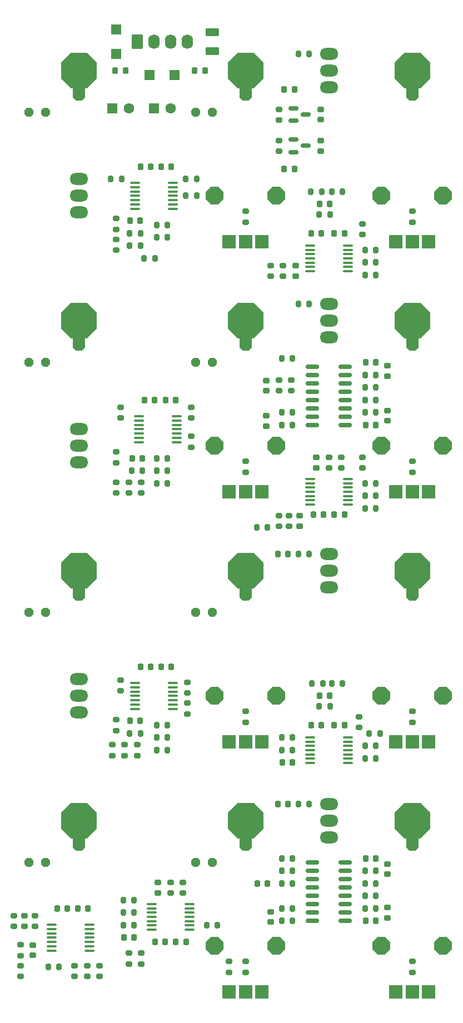
<source format=gbr>
%TF.GenerationSoftware,KiCad,Pcbnew,8.0.6*%
%TF.CreationDate,2025-04-05T08:59:43-04:00*%
%TF.ProjectId,Blinds4U,426c696e-6473-4345-952e-6b696361645f,rev?*%
%TF.SameCoordinates,Original*%
%TF.FileFunction,Soldermask,Top*%
%TF.FilePolarity,Negative*%
%FSLAX46Y46*%
G04 Gerber Fmt 4.6, Leading zero omitted, Abs format (unit mm)*
G04 Created by KiCad (PCBNEW 8.0.6) date 2025-04-05 08:59:43*
%MOMM*%
%LPD*%
G01*
G04 APERTURE LIST*
G04 Aperture macros list*
%AMRoundRect*
0 Rectangle with rounded corners*
0 $1 Rounding radius*
0 $2 $3 $4 $5 $6 $7 $8 $9 X,Y pos of 4 corners*
0 Add a 4 corners polygon primitive as box body*
4,1,4,$2,$3,$4,$5,$6,$7,$8,$9,$2,$3,0*
0 Add four circle primitives for the rounded corners*
1,1,$1+$1,$2,$3*
1,1,$1+$1,$4,$5*
1,1,$1+$1,$6,$7*
1,1,$1+$1,$8,$9*
0 Add four rect primitives between the rounded corners*
20,1,$1+$1,$2,$3,$4,$5,0*
20,1,$1+$1,$4,$5,$6,$7,0*
20,1,$1+$1,$6,$7,$8,$9,0*
20,1,$1+$1,$8,$9,$2,$3,0*%
%AMOutline5P*
0 Free polygon, 5 corners , with rotation*
0 The origin of the aperture is its center*
0 number of corners: always 5*
0 $1 to $10 corner X, Y*
0 $11 Rotation angle, in degrees counterclockwise*
0 create outline with 5 corners*
4,1,5,$1,$2,$3,$4,$5,$6,$7,$8,$9,$10,$1,$2,$11*%
%AMOutline6P*
0 Free polygon, 6 corners , with rotation*
0 The origin of the aperture is its center*
0 number of corners: always 6*
0 $1 to $12 corner X, Y*
0 $13 Rotation angle, in degrees counterclockwise*
0 create outline with 6 corners*
4,1,6,$1,$2,$3,$4,$5,$6,$7,$8,$9,$10,$11,$12,$1,$2,$13*%
%AMOutline7P*
0 Free polygon, 7 corners , with rotation*
0 The origin of the aperture is its center*
0 number of corners: always 7*
0 $1 to $14 corner X, Y*
0 $15 Rotation angle, in degrees counterclockwise*
0 create outline with 7 corners*
4,1,7,$1,$2,$3,$4,$5,$6,$7,$8,$9,$10,$11,$12,$13,$14,$1,$2,$15*%
%AMOutline8P*
0 Free polygon, 8 corners , with rotation*
0 The origin of the aperture is its center*
0 number of corners: always 8*
0 $1 to $16 corner X, Y*
0 $17 Rotation angle, in degrees counterclockwise*
0 create outline with 8 corners*
4,1,8,$1,$2,$3,$4,$5,$6,$7,$8,$9,$10,$11,$12,$13,$14,$15,$16,$1,$2,$17*%
%AMFreePoly0*
4,1,21,0.422360,0.947373,0.427262,0.942882,0.942882,0.427262,0.964910,0.380021,0.965200,0.373380,0.965200,-0.889000,0.947373,-0.937980,0.902232,-0.964042,0.889000,-0.965200,-0.889000,-0.965200,-0.937980,-0.947373,-0.964042,-0.902232,-0.965200,-0.889000,-0.965200,0.373380,-0.947373,0.422360,-0.942882,0.427262,-0.427262,0.942882,-0.380021,0.964910,-0.373380,0.965200,0.373380,0.965200,
0.422360,0.947373,0.422360,0.947373,$1*%
%AMFreePoly1*
4,1,25,0.301485,0.667973,0.306387,0.663482,0.663482,0.306387,0.685510,0.259146,0.685800,0.252505,0.685800,-0.252505,0.667973,-0.301485,0.663482,-0.306387,0.306387,-0.663482,0.259146,-0.685510,0.252505,-0.685800,-0.252505,-0.685800,-0.301485,-0.667973,-0.306387,-0.663482,-0.663482,-0.306387,-0.685510,-0.259146,-0.685800,-0.252505,-0.685800,0.252505,-0.667973,0.301485,-0.663482,0.306387,
-0.306387,0.663482,-0.259146,0.685510,-0.252505,0.685800,0.252505,0.685800,0.301485,0.667973,0.301485,0.667973,$1*%
%AMFreePoly2*
4,1,25,0.575031,1.328373,0.579933,1.323882,1.323882,0.579933,1.345910,0.532692,1.346200,0.526051,1.346200,-0.526051,1.328373,-0.575031,1.323882,-0.579933,0.579933,-1.323882,0.532692,-1.345910,0.526051,-1.346200,-0.526051,-1.346200,-0.575031,-1.328373,-0.579933,-1.323882,-1.323882,-0.579933,-1.345910,-0.532692,-1.346200,-0.526051,-1.346200,0.526051,-1.328373,0.575031,-1.323882,0.579933,
-0.579933,1.323882,-0.532692,1.345910,-0.526051,1.346200,0.526051,1.346200,0.575031,1.328373,0.575031,1.328373,$1*%
G04 Aperture macros list end*
%ADD10RoundRect,0.200000X0.200000X0.275000X-0.200000X0.275000X-0.200000X-0.275000X0.200000X-0.275000X0*%
%ADD11RoundRect,0.200000X0.275000X-0.200000X0.275000X0.200000X-0.275000X0.200000X-0.275000X-0.200000X0*%
%ADD12RoundRect,0.100000X-0.637500X-0.100000X0.637500X-0.100000X0.637500X0.100000X-0.637500X0.100000X0*%
%ADD13RoundRect,0.200000X-0.275000X0.200000X-0.275000X-0.200000X0.275000X-0.200000X0.275000X0.200000X0*%
%ADD14RoundRect,0.200000X-0.200000X-0.275000X0.200000X-0.275000X0.200000X0.275000X-0.200000X0.275000X0*%
%ADD15RoundRect,0.150000X-0.825000X-0.150000X0.825000X-0.150000X0.825000X0.150000X-0.825000X0.150000X0*%
%ADD16R,1.600000X1.600000*%
%ADD17C,1.600000*%
%ADD18RoundRect,0.076200X0.900000X-0.500000X0.900000X0.500000X-0.900000X0.500000X-0.900000X-0.500000X0*%
%ADD19RoundRect,0.225000X0.225000X0.250000X-0.225000X0.250000X-0.225000X-0.250000X0.225000X-0.250000X0*%
%ADD20RoundRect,0.225000X-0.225000X-0.250000X0.225000X-0.250000X0.225000X0.250000X-0.225000X0.250000X0*%
%ADD21RoundRect,0.076200X-0.700000X-0.700000X0.700000X-0.700000X0.700000X0.700000X-0.700000X0.700000X0*%
%ADD22Outline8P,-2.750000X1.210000X-1.210000X2.750000X1.210000X2.750000X2.750000X1.210000X2.750000X-1.210000X1.210000X-2.750000X-1.210000X-2.750000X-2.750000X-1.210000X0.000000*%
%ADD23FreePoly0,180.000000*%
%ADD24RoundRect,0.225000X-0.250000X0.225000X-0.250000X-0.225000X0.250000X-0.225000X0.250000X0.225000X0*%
%ADD25RoundRect,0.225000X0.250000X-0.225000X0.250000X0.225000X-0.250000X0.225000X-0.250000X-0.225000X0*%
%ADD26RoundRect,0.218750X-0.218750X-0.256250X0.218750X-0.256250X0.218750X0.256250X-0.218750X0.256250X0*%
%ADD27RoundRect,0.150000X-0.587500X-0.150000X0.587500X-0.150000X0.587500X0.150000X-0.587500X0.150000X0*%
%ADD28RoundRect,0.076200X0.700000X-0.700000X0.700000X0.700000X-0.700000X0.700000X-0.700000X-0.700000X0*%
%ADD29RoundRect,0.218750X0.218750X0.256250X-0.218750X0.256250X-0.218750X-0.256250X0.218750X-0.256250X0*%
%ADD30RoundRect,0.250000X-0.620000X-0.845000X0.620000X-0.845000X0.620000X0.845000X-0.620000X0.845000X0*%
%ADD31O,1.740000X2.190000*%
%ADD32O,2.804000X1.804000*%
%ADD33FreePoly1,180.000000*%
%ADD34FreePoly1,0.000000*%
%ADD35RoundRect,0.076200X0.939800X-0.939800X0.939800X0.939800X-0.939800X0.939800X-0.939800X-0.939800X0*%
%ADD36FreePoly2,90.000000*%
G04 APERTURE END LIST*
D10*
%TO.C,R31*%
X80835000Y-86995000D03*
X79185000Y-86995000D03*
%TD*%
D11*
%TO.C,R16*%
X99060000Y-57975000D03*
X99060000Y-56325000D03*
%TD*%
%TO.C,R13*%
X53975000Y-59086100D03*
X53975000Y-57436100D03*
%TD*%
%TO.C,R45*%
X73660000Y-96075000D03*
X73660000Y-94425000D03*
%TD*%
D12*
%TO.C,IC11*%
X44127500Y-165055000D03*
X44127500Y-165705000D03*
X44127500Y-166355000D03*
X44127500Y-167005000D03*
X44127500Y-167655000D03*
X44127500Y-168305000D03*
X44127500Y-168955000D03*
X49852500Y-168955000D03*
X49852500Y-168305000D03*
X49852500Y-167655000D03*
X49852500Y-167005000D03*
X49852500Y-166355000D03*
X49852500Y-165705000D03*
X49852500Y-165055000D03*
%TD*%
D13*
%TO.C,R110*%
X49530000Y-171260000D03*
X49530000Y-172910000D03*
%TD*%
D14*
%TO.C,R12*%
X91885000Y-62230000D03*
X93535000Y-62230000D03*
%TD*%
%TO.C,R95*%
X81725000Y-146685000D03*
X83375000Y-146685000D03*
%TD*%
D13*
%TO.C,R67*%
X54610000Y-127762500D03*
X54610000Y-129412500D03*
%TD*%
%TO.C,R50*%
X78740000Y-102680000D03*
X78740000Y-104330000D03*
%TD*%
D15*
%TO.C,IC10*%
X83885000Y-155575000D03*
X83885000Y-156845000D03*
X83885000Y-158115000D03*
X83885000Y-159385000D03*
X83885000Y-160655000D03*
X83885000Y-161925000D03*
X83885000Y-163195000D03*
X83885000Y-164465000D03*
X88835000Y-164465000D03*
X88835000Y-163195000D03*
X88835000Y-161925000D03*
X88835000Y-160655000D03*
X88835000Y-159385000D03*
X88835000Y-158115000D03*
X88835000Y-156845000D03*
X88835000Y-155575000D03*
%TD*%
D16*
%TO.C,C1*%
X59754888Y-40640000D03*
D17*
X62254888Y-40640000D03*
%TD*%
D13*
%TO.C,R69*%
X90932000Y-133312400D03*
X90932000Y-134962400D03*
%TD*%
D14*
%TO.C,R80*%
X91885000Y-139700000D03*
X93535000Y-139700000D03*
%TD*%
D10*
%TO.C,R14*%
X57657500Y-59690000D03*
X56007500Y-59690000D03*
%TD*%
%TO.C,R57*%
X77025000Y-104457500D03*
X75375000Y-104457500D03*
%TD*%
D11*
%TO.C,R55*%
X57785000Y-99250000D03*
X57785000Y-97600000D03*
%TD*%
%TO.C,R11*%
X73660000Y-57975000D03*
X73660000Y-56325000D03*
%TD*%
D18*
%TO.C,P1*%
X68580000Y-31880000D03*
X68580000Y-29080000D03*
%TD*%
D19*
%TO.C,C31*%
X86500000Y-130175000D03*
X84950000Y-130175000D03*
%TD*%
D14*
%TO.C,R18*%
X60135000Y-60325000D03*
X61785000Y-60325000D03*
%TD*%
D10*
%TO.C,R87*%
X93535000Y-156845000D03*
X91885000Y-156845000D03*
%TD*%
D14*
%TO.C,R48*%
X60135000Y-93980000D03*
X61785000Y-93980000D03*
%TD*%
D10*
%TO.C,R58*%
X61785000Y-97789900D03*
X60135000Y-97789900D03*
%TD*%
D20*
%TO.C,C35*%
X79235000Y-140335000D03*
X80785000Y-140335000D03*
%TD*%
D14*
%TO.C,R88*%
X79185000Y-158750000D03*
X80835000Y-158750000D03*
%TD*%
%TO.C,R78*%
X79185000Y-136525000D03*
X80835000Y-136525000D03*
%TD*%
D13*
%TO.C,R19*%
X77470000Y-64580000D03*
X77470000Y-66230000D03*
%TD*%
D11*
%TO.C,R76*%
X99060000Y-134175000D03*
X99060000Y-132525000D03*
%TD*%
D13*
%TO.C,R115*%
X47625000Y-171260000D03*
X47625000Y-172910000D03*
%TD*%
D10*
%TO.C,R1*%
X85280000Y-53340000D03*
X83630000Y-53340000D03*
%TD*%
D13*
%TO.C,R70*%
X64770000Y-131255000D03*
X64770000Y-132905000D03*
%TD*%
D19*
%TO.C,C6*%
X86500000Y-55245000D03*
X84950000Y-55245000D03*
%TD*%
%TO.C,C28*%
X80150000Y-108585000D03*
X78600000Y-108585000D03*
%TD*%
D14*
%TO.C,R30*%
X91885000Y-85090000D03*
X93535000Y-85090000D03*
%TD*%
D20*
%TO.C,C20*%
X56375000Y-93980000D03*
X57925000Y-93980000D03*
%TD*%
%TO.C,C11*%
X91935000Y-79375000D03*
X93485000Y-79375000D03*
%TD*%
D11*
%TO.C,R99*%
X40005000Y-165290000D03*
X40005000Y-163640000D03*
%TD*%
D20*
%TO.C,C4*%
X60820000Y-49530000D03*
X62370000Y-49530000D03*
%TD*%
D21*
%TO.C,D1*%
X62860000Y-35560000D03*
X59060000Y-35560000D03*
%TD*%
D22*
%TO.C,REF\u002A\u002A*%
X73660000Y-149225000D03*
D23*
X73660000Y-152835000D03*
%TD*%
D24*
%TO.C,C40*%
X95250000Y-162420000D03*
X95250000Y-163970000D03*
%TD*%
D11*
%TO.C,R102*%
X64135000Y-160210000D03*
X64135000Y-158560000D03*
%TD*%
D12*
%TO.C,IC1*%
X56827500Y-52025000D03*
X56827500Y-52675000D03*
X56827500Y-53325000D03*
X56827500Y-53975000D03*
X56827500Y-54625000D03*
X56827500Y-55275000D03*
X56827500Y-55925000D03*
X62552500Y-55925000D03*
X62552500Y-55275000D03*
X62552500Y-54625000D03*
X62552500Y-53975000D03*
X62552500Y-53325000D03*
X62552500Y-52675000D03*
X62552500Y-52025000D03*
%TD*%
D20*
%TO.C,C25*%
X79552500Y-37785000D03*
X81102500Y-37785000D03*
%TD*%
D12*
%TO.C,IC5*%
X83497500Y-97110000D03*
X83497500Y-97760000D03*
X83497500Y-98410000D03*
X83497500Y-99060000D03*
X83497500Y-99710000D03*
X83497500Y-100360000D03*
X83497500Y-101010000D03*
X89222500Y-101010000D03*
X89222500Y-100360000D03*
X89222500Y-99710000D03*
X89222500Y-99060000D03*
X89222500Y-98410000D03*
X89222500Y-97760000D03*
X89222500Y-97110000D03*
%TD*%
D19*
%TO.C,C8*%
X88722500Y-59690000D03*
X87172500Y-59690000D03*
%TD*%
D20*
%TO.C,C24*%
X79567500Y-49850000D03*
X81117500Y-49850000D03*
%TD*%
D11*
%TO.C,R109*%
X99060000Y-172275000D03*
X99060000Y-170625000D03*
%TD*%
D14*
%TO.C,R94*%
X79185000Y-164465000D03*
X80835000Y-164465000D03*
%TD*%
D20*
%TO.C,C46*%
X59867500Y-167640000D03*
X61417500Y-167640000D03*
%TD*%
D10*
%TO.C,R117*%
X56705000Y-161290000D03*
X55055000Y-161290000D03*
%TD*%
D14*
%TO.C,R72*%
X91885000Y-137795000D03*
X93535000Y-137795000D03*
%TD*%
D20*
%TO.C,C34*%
X56057500Y-133985000D03*
X57607500Y-133985000D03*
%TD*%
D11*
%TO.C,R51*%
X80327500Y-104330000D03*
X80327500Y-102680000D03*
%TD*%
D13*
%TO.C,R41*%
X65405000Y-86170000D03*
X65405000Y-87820000D03*
%TD*%
D14*
%TO.C,R53*%
X91885000Y-101600000D03*
X93535000Y-101600000D03*
%TD*%
D10*
%TO.C,R114*%
X45275000Y-171450000D03*
X43625000Y-171450000D03*
%TD*%
D12*
%TO.C,IC2*%
X83497500Y-61550000D03*
X83497500Y-62200000D03*
X83497500Y-62850000D03*
X83497500Y-63500000D03*
X83497500Y-64150000D03*
X83497500Y-64800000D03*
X83497500Y-65450000D03*
X89222500Y-65450000D03*
X89222500Y-64800000D03*
X89222500Y-64150000D03*
X89222500Y-63500000D03*
X89222500Y-62850000D03*
X89222500Y-62200000D03*
X89222500Y-61550000D03*
%TD*%
D13*
%TO.C,R68*%
X64770000Y-128080000D03*
X64770000Y-129730000D03*
%TD*%
%TO.C,R20*%
X79375000Y-64580000D03*
X79375000Y-66230000D03*
%TD*%
%TO.C,R82*%
X55245000Y-137605000D03*
X55245000Y-139255000D03*
%TD*%
D20*
%TO.C,C48*%
X55105000Y-167005000D03*
X56655000Y-167005000D03*
%TD*%
D14*
%TO.C,R90*%
X91885000Y-158750000D03*
X93535000Y-158750000D03*
%TD*%
%TO.C,R91*%
X91885000Y-160655000D03*
X93535000Y-160655000D03*
%TD*%
D19*
%TO.C,C21*%
X85547500Y-102552500D03*
X83997500Y-102552500D03*
%TD*%
D14*
%TO.C,R81*%
X92520000Y-135890000D03*
X94170000Y-135890000D03*
%TD*%
%TO.C,R21*%
X91885000Y-66040000D03*
X93535000Y-66040000D03*
%TD*%
D20*
%TO.C,C42*%
X48120000Y-162560000D03*
X49670000Y-162560000D03*
%TD*%
D14*
%TO.C,R29*%
X91885000Y-83185000D03*
X93535000Y-83185000D03*
%TD*%
%TO.C,R3*%
X81725000Y-32385000D03*
X83375000Y-32385000D03*
%TD*%
D11*
%TO.C,R106*%
X73660000Y-172275000D03*
X73660000Y-170625000D03*
%TD*%
%TO.C,R27*%
X78740000Y-83692500D03*
X78740000Y-82042500D03*
%TD*%
D22*
%TO.C,REF\u002A\u002A*%
X48260000Y-149225000D03*
D23*
X48260000Y-152835000D03*
%TD*%
D10*
%TO.C,R24*%
X59880000Y-63500000D03*
X58230000Y-63500000D03*
%TD*%
D16*
%TO.C,C2*%
X53404887Y-40640000D03*
D17*
X55904887Y-40640000D03*
%TD*%
D19*
%TO.C,C7*%
X85230000Y-59690000D03*
X83680000Y-59690000D03*
%TD*%
D11*
%TO.C,R84*%
X57150000Y-139255100D03*
X57150000Y-137605100D03*
%TD*%
%TO.C,R39*%
X88265000Y-95440000D03*
X88265000Y-93790000D03*
%TD*%
D24*
%TO.C,C45*%
X41275000Y-168135000D03*
X41275000Y-169685000D03*
%TD*%
D11*
%TO.C,R59*%
X78740000Y-47182500D03*
X78740000Y-45532500D03*
%TD*%
D22*
%TO.C,REF\u002A\u002A*%
X73660000Y-34925000D03*
D23*
X73660000Y-38535000D03*
%TD*%
D14*
%TO.C,R34*%
X81725000Y-70485000D03*
X83375000Y-70485000D03*
%TD*%
%TO.C,R22*%
X91885000Y-64135000D03*
X93535000Y-64135000D03*
%TD*%
D24*
%TO.C,C26*%
X85090000Y-45582500D03*
X85090000Y-47132500D03*
%TD*%
D10*
%TO.C,R74*%
X57657500Y-135890000D03*
X56007500Y-135890000D03*
%TD*%
D12*
%TO.C,IC12*%
X59367500Y-161880000D03*
X59367500Y-162530000D03*
X59367500Y-163180000D03*
X59367500Y-163830000D03*
X59367500Y-164480000D03*
X59367500Y-165130000D03*
X59367500Y-165780000D03*
X65092500Y-165780000D03*
X65092500Y-165130000D03*
X65092500Y-164480000D03*
X65092500Y-163830000D03*
X65092500Y-163180000D03*
X65092500Y-162530000D03*
X65092500Y-161880000D03*
%TD*%
D13*
%TO.C,R40*%
X54610000Y-86170000D03*
X54610000Y-87820000D03*
%TD*%
D14*
%TO.C,R10*%
X64580000Y-53975000D03*
X66230000Y-53975000D03*
%TD*%
D11*
%TO.C,R116*%
X39370000Y-172910000D03*
X39370000Y-171260000D03*
%TD*%
D19*
%TO.C,C22*%
X88722500Y-102552500D03*
X87172500Y-102552500D03*
%TD*%
%TO.C,C3*%
X80150000Y-146685000D03*
X78600000Y-146685000D03*
%TD*%
D11*
%TO.C,R71*%
X73660000Y-134175000D03*
X73660000Y-132525000D03*
%TD*%
D25*
%TO.C,C23*%
X81915000Y-104280000D03*
X81915000Y-102730000D03*
%TD*%
%TO.C,C39*%
X77470000Y-164605000D03*
X77470000Y-163055000D03*
%TD*%
D19*
%TO.C,C32*%
X85230000Y-134620000D03*
X83680000Y-134620000D03*
%TD*%
D11*
%TO.C,R107*%
X39370000Y-169735000D03*
X39370000Y-168085000D03*
%TD*%
D14*
%TO.C,R33*%
X79185000Y-88900000D03*
X80835000Y-88900000D03*
%TD*%
D13*
%TO.C,R23*%
X53975000Y-60611000D03*
X53975000Y-62261000D03*
%TD*%
D22*
%TO.C,REF\u002A\u002A*%
X99060000Y-73025000D03*
D23*
X99060000Y-76635000D03*
%TD*%
D11*
%TO.C,R96*%
X55880000Y-171005000D03*
X55880000Y-169355000D03*
%TD*%
D19*
%TO.C,C16*%
X93485000Y-88900000D03*
X91935000Y-88900000D03*
%TD*%
D26*
%TO.C,L2*%
X65887500Y-34925000D03*
X67462500Y-34925000D03*
%TD*%
D10*
%TO.C,R89*%
X80835000Y-156845000D03*
X79185000Y-156845000D03*
%TD*%
%TO.C,R85*%
X61785000Y-138430000D03*
X60135000Y-138430000D03*
%TD*%
D25*
%TO.C,C37*%
X95250000Y-157302500D03*
X95250000Y-155752500D03*
%TD*%
D20*
%TO.C,C47*%
X63042500Y-167640000D03*
X64592500Y-167640000D03*
%TD*%
D14*
%TO.C,R77*%
X60135000Y-136525000D03*
X61785000Y-136525000D03*
%TD*%
D25*
%TO.C,C13*%
X76835000Y-83642500D03*
X76835000Y-82092500D03*
%TD*%
%TO.C,C14*%
X76835000Y-89040000D03*
X76835000Y-87490000D03*
%TD*%
D20*
%TO.C,C9*%
X56057500Y-57785000D03*
X57607500Y-57785000D03*
%TD*%
D14*
%TO.C,R7*%
X53150000Y-51435000D03*
X54800000Y-51435000D03*
%TD*%
D10*
%TO.C,R61*%
X85438800Y-128270000D03*
X83788800Y-128270000D03*
%TD*%
D25*
%TO.C,C12*%
X95250000Y-81420000D03*
X95250000Y-79870000D03*
%TD*%
D13*
%TO.C,R60*%
X78740000Y-40770000D03*
X78740000Y-42420000D03*
%TD*%
D27*
%TO.C,IC7*%
X80977500Y-40645000D03*
X80977500Y-42545000D03*
X82852500Y-41595000D03*
%TD*%
D28*
%TO.C,D2*%
X53975000Y-28580000D03*
X53975000Y-32380000D03*
%TD*%
D20*
%TO.C,C30*%
X57645000Y-125730000D03*
X59195000Y-125730000D03*
%TD*%
D25*
%TO.C,C44*%
X60325000Y-160160000D03*
X60325000Y-158610000D03*
%TD*%
D14*
%TO.C,R86*%
X79185000Y-154940000D03*
X80835000Y-154940000D03*
%TD*%
D12*
%TO.C,IC4*%
X57462500Y-87585000D03*
X57462500Y-88235000D03*
X57462500Y-88885000D03*
X57462500Y-89535000D03*
X57462500Y-90185000D03*
X57462500Y-90835000D03*
X57462500Y-91485000D03*
X63187500Y-91485000D03*
X63187500Y-90835000D03*
X63187500Y-90185000D03*
X63187500Y-89535000D03*
X63187500Y-88885000D03*
X63187500Y-88235000D03*
X63187500Y-87585000D03*
%TD*%
D20*
%TO.C,C36*%
X91935000Y-154940000D03*
X93485000Y-154940000D03*
%TD*%
D22*
%TO.C,REF\u002A\u002A*%
X99060000Y-111125000D03*
D23*
X99060000Y-114735000D03*
%TD*%
D19*
%TO.C,C41*%
X93485000Y-164465000D03*
X91935000Y-164465000D03*
%TD*%
D22*
%TO.C,REF\u002A\u002A*%
X99060000Y-149225000D03*
D23*
X99060000Y-152835000D03*
%TD*%
D22*
%TO.C,REF\u002A\u002A*%
X48260000Y-34925000D03*
D23*
X48260000Y-38535000D03*
%TD*%
D12*
%TO.C,IC9*%
X83497500Y-136480000D03*
X83497500Y-137130000D03*
X83497500Y-137780000D03*
X83497500Y-138430000D03*
X83497500Y-139080000D03*
X83497500Y-139730000D03*
X83497500Y-140380000D03*
X89222500Y-140380000D03*
X89222500Y-139730000D03*
X89222500Y-139080000D03*
X89222500Y-138430000D03*
X89222500Y-137780000D03*
X89222500Y-137130000D03*
X89222500Y-136480000D03*
%TD*%
D13*
%TO.C,R9*%
X91440000Y-58230000D03*
X91440000Y-59880000D03*
%TD*%
D14*
%TO.C,R15*%
X60135000Y-58420000D03*
X61785000Y-58420000D03*
%TD*%
D10*
%TO.C,R6*%
X86550000Y-56832500D03*
X84900000Y-56832500D03*
%TD*%
D19*
%TO.C,C33*%
X88722500Y-134620000D03*
X87172500Y-134620000D03*
%TD*%
D29*
%TO.C,L1*%
X55397500Y-34925000D03*
X53822500Y-34925000D03*
%TD*%
D14*
%TO.C,R8*%
X64580000Y-51435000D03*
X66230000Y-51435000D03*
%TD*%
D24*
%TO.C,C10*%
X81280000Y-64630000D03*
X81280000Y-66180000D03*
%TD*%
D13*
%TO.C,R83*%
X53340000Y-137605100D03*
X53340000Y-139255100D03*
%TD*%
D10*
%TO.C,R92*%
X80835000Y-162560000D03*
X79185000Y-162560000D03*
%TD*%
D12*
%TO.C,IC8*%
X56827500Y-128225000D03*
X56827500Y-128875000D03*
X56827500Y-129525000D03*
X56827500Y-130175000D03*
X56827500Y-130825000D03*
X56827500Y-131475000D03*
X56827500Y-132125000D03*
X62552500Y-132125000D03*
X62552500Y-131475000D03*
X62552500Y-130825000D03*
X62552500Y-130175000D03*
X62552500Y-129525000D03*
X62552500Y-128875000D03*
X62552500Y-128225000D03*
%TD*%
D25*
%TO.C,C27*%
X85090000Y-42372500D03*
X85090000Y-40822500D03*
%TD*%
D10*
%TO.C,R66*%
X86550000Y-131762500D03*
X84900000Y-131762500D03*
%TD*%
D15*
%TO.C,IC3*%
X83885000Y-80010000D03*
X83885000Y-81280000D03*
X83885000Y-82550000D03*
X83885000Y-83820000D03*
X83885000Y-85090000D03*
X83885000Y-86360000D03*
X83885000Y-87630000D03*
X83885000Y-88900000D03*
X88835000Y-88900000D03*
X88835000Y-87630000D03*
X88835000Y-86360000D03*
X88835000Y-85090000D03*
X88835000Y-83820000D03*
X88835000Y-82550000D03*
X88835000Y-81280000D03*
X88835000Y-80010000D03*
%TD*%
D10*
%TO.C,R47*%
X57975000Y-95885000D03*
X56325000Y-95885000D03*
%TD*%
D11*
%TO.C,R101*%
X62230000Y-160210000D03*
X62230000Y-158560000D03*
%TD*%
D13*
%TO.C,R100*%
X41592500Y-163640000D03*
X41592500Y-165290000D03*
%TD*%
D22*
%TO.C,REF\u002A\u002A*%
X99060000Y-34925000D03*
D23*
X99060000Y-38535000D03*
%TD*%
D13*
%TO.C,R28*%
X80645000Y-82042500D03*
X80645000Y-83692500D03*
%TD*%
D19*
%TO.C,C38*%
X76975000Y-158750000D03*
X75425000Y-158750000D03*
%TD*%
D14*
%TO.C,R113*%
X67755000Y-165100000D03*
X69405000Y-165100000D03*
%TD*%
%TO.C,R52*%
X60135100Y-95885000D03*
X61785100Y-95885000D03*
%TD*%
D22*
%TO.C,REF\u002A\u002A*%
X73660000Y-111125000D03*
D23*
X73660000Y-114735000D03*
%TD*%
D14*
%TO.C,R17*%
X56007500Y-61595000D03*
X57657500Y-61595000D03*
%TD*%
D30*
%TO.C,REF\u002A\u002A*%
X57150000Y-30500000D03*
D31*
X59690000Y-30500000D03*
X62230000Y-30500000D03*
X64770000Y-30500000D03*
%TD*%
D14*
%TO.C,R42*%
X91885000Y-99695000D03*
X93535000Y-99695000D03*
%TD*%
D11*
%TO.C,R49*%
X99060000Y-96075000D03*
X99060000Y-94425000D03*
%TD*%
D22*
%TO.C,REF\u002A\u002A*%
X48260000Y-73025000D03*
D23*
X48260000Y-76635000D03*
%TD*%
D14*
%TO.C,R2*%
X86805000Y-53340000D03*
X88455000Y-53340000D03*
%TD*%
D13*
%TO.C,R56*%
X55880000Y-97600000D03*
X55880000Y-99250000D03*
%TD*%
D14*
%TO.C,R63*%
X81725000Y-108585000D03*
X83375000Y-108585000D03*
%TD*%
D10*
%TO.C,R26*%
X93535000Y-81280000D03*
X91885000Y-81280000D03*
%TD*%
D27*
%TO.C,IC6*%
X80977500Y-45405000D03*
X80977500Y-47305000D03*
X82852500Y-46355000D03*
%TD*%
D22*
%TO.C,REF\u002A\u002A*%
X73660000Y-73025000D03*
D23*
X73660000Y-76635000D03*
%TD*%
D11*
%TO.C,R73*%
X53975000Y-135445000D03*
X53975000Y-133795000D03*
%TD*%
D10*
%TO.C,R111*%
X56705000Y-163195000D03*
X55055000Y-163195000D03*
%TD*%
D13*
%TO.C,R54*%
X53975000Y-97600000D03*
X53975000Y-99250000D03*
%TD*%
%TO.C,R105*%
X71120000Y-170625000D03*
X71120000Y-172275000D03*
%TD*%
D11*
%TO.C,R103*%
X38417500Y-165290000D03*
X38417500Y-163640000D03*
%TD*%
%TO.C,R38*%
X86360000Y-95440000D03*
X86360000Y-93790000D03*
%TD*%
D14*
%TO.C,R35*%
X91885000Y-97790000D03*
X93535000Y-97790000D03*
%TD*%
D22*
%TO.C,REF\u002A\u002A*%
X48260000Y-111125000D03*
D23*
X48260000Y-114735000D03*
%TD*%
D20*
%TO.C,C43*%
X44945000Y-162560000D03*
X46495000Y-162560000D03*
%TD*%
D14*
%TO.C,R25*%
X79185000Y-78740000D03*
X80835000Y-78740000D03*
%TD*%
D20*
%TO.C,C29*%
X60820000Y-125730000D03*
X62370000Y-125730000D03*
%TD*%
D13*
%TO.C,R43*%
X91440000Y-93790000D03*
X91440000Y-95440000D03*
%TD*%
%TO.C,R108*%
X51435000Y-171260000D03*
X51435000Y-172910000D03*
%TD*%
D10*
%TO.C,R93*%
X93535000Y-162560000D03*
X91885000Y-162560000D03*
%TD*%
D24*
%TO.C,C15*%
X95250000Y-86696200D03*
X95250000Y-88246200D03*
%TD*%
D14*
%TO.C,R62*%
X86805000Y-128270000D03*
X88455000Y-128270000D03*
%TD*%
D10*
%TO.C,R32*%
X93535000Y-86995000D03*
X91885000Y-86995000D03*
%TD*%
D14*
%TO.C,R112*%
X55055000Y-165100000D03*
X56705000Y-165100000D03*
%TD*%
%TO.C,R75*%
X60135000Y-134620000D03*
X61785000Y-134620000D03*
%TD*%
D20*
%TO.C,C5*%
X57645000Y-49530000D03*
X59195000Y-49530000D03*
%TD*%
D11*
%TO.C,R104*%
X57785000Y-171005000D03*
X57785000Y-169355000D03*
%TD*%
D13*
%TO.C,R44*%
X65405000Y-90614900D03*
X65405000Y-92264900D03*
%TD*%
D20*
%TO.C,C17*%
X61455000Y-85090000D03*
X63005000Y-85090000D03*
%TD*%
D10*
%TO.C,R79*%
X80835000Y-138430000D03*
X79185000Y-138430000D03*
%TD*%
D25*
%TO.C,C19*%
X84455000Y-95390000D03*
X84455000Y-93840000D03*
%TD*%
D20*
%TO.C,C18*%
X58280000Y-85090000D03*
X59830000Y-85090000D03*
%TD*%
D11*
%TO.C,R46*%
X53975000Y-94646000D03*
X53975000Y-92996000D03*
%TD*%
D32*
%TO.C,Out3SW*%
X48260000Y-127635000D03*
X48260000Y-130175000D03*
X48260000Y-132715000D03*
%TD*%
D33*
%TO.C,LED7*%
X43180000Y-155575000D03*
X40640000Y-155575000D03*
%TD*%
%TO.C,LED5*%
X43180000Y-117475000D03*
X40640000Y-117475000D03*
%TD*%
D34*
%TO.C,LED4*%
X66040000Y-79375000D03*
X68580000Y-79375000D03*
%TD*%
D33*
%TO.C,LED3*%
X43180000Y-79375000D03*
X40640000Y-79375000D03*
%TD*%
D32*
%TO.C,In3SW*%
X86360000Y-108585000D03*
X86360000Y-111125000D03*
X86360000Y-113665000D03*
%TD*%
D35*
%TO.C,R64*%
X96560000Y-137175000D03*
X99060000Y-137175000D03*
X101560000Y-137175000D03*
D36*
X94360000Y-130175000D03*
X103760000Y-130175000D03*
%TD*%
D35*
%TO.C,R65*%
X71160000Y-137175000D03*
X73660000Y-137175000D03*
X76160000Y-137175000D03*
D36*
X68960000Y-130175000D03*
X78360000Y-130175000D03*
%TD*%
D34*
%TO.C,LED6*%
X66040000Y-117475000D03*
X68580000Y-117475000D03*
%TD*%
%TO.C,LED8*%
X66040000Y-155575000D03*
X68580000Y-155575000D03*
%TD*%
D35*
%TO.C,R98*%
X71160000Y-175275000D03*
X73660000Y-175275000D03*
X76160000Y-175275000D03*
D36*
X68960000Y-168275000D03*
X78360000Y-168275000D03*
%TD*%
D35*
%TO.C,R4*%
X96560000Y-60975000D03*
X99060000Y-60975000D03*
X101560000Y-60975000D03*
D36*
X94360000Y-53975000D03*
X103760000Y-53975000D03*
%TD*%
D33*
%TO.C,LED1*%
X43180000Y-41275000D03*
X40640000Y-41275000D03*
%TD*%
D32*
%TO.C,In2SW*%
X86360000Y-70485000D03*
X86360000Y-73025000D03*
X86360000Y-75565000D03*
%TD*%
%TO.C,Out1SW*%
X48260000Y-51435000D03*
X48260000Y-53975000D03*
X48260000Y-56515000D03*
%TD*%
%TO.C,Out2SW*%
X48260000Y-89535000D03*
X48260000Y-92075000D03*
X48260000Y-94615000D03*
%TD*%
D35*
%TO.C,R5*%
X71160000Y-60975000D03*
X73660000Y-60975000D03*
X76160000Y-60975000D03*
D36*
X68960000Y-53975000D03*
X78360000Y-53975000D03*
%TD*%
D32*
%TO.C,In1SW*%
X86360000Y-32385000D03*
X86360000Y-34925000D03*
X86360000Y-37465000D03*
%TD*%
%TO.C,In4SW*%
X86360000Y-146685000D03*
X86360000Y-149225000D03*
X86360000Y-151765000D03*
%TD*%
D35*
%TO.C,R36*%
X96560000Y-99075000D03*
X99060000Y-99075000D03*
X101560000Y-99075000D03*
D36*
X94360000Y-92075000D03*
X103760000Y-92075000D03*
%TD*%
D35*
%TO.C,R97*%
X96560000Y-175275000D03*
X99060000Y-175275000D03*
X101560000Y-175275000D03*
D36*
X94360000Y-168275000D03*
X103760000Y-168275000D03*
%TD*%
D34*
%TO.C,LED2*%
X66040000Y-41275000D03*
X68580000Y-41275000D03*
%TD*%
D35*
%TO.C,R37*%
X71160000Y-99075000D03*
X73660000Y-99075000D03*
X76160000Y-99075000D03*
D36*
X68960000Y-92075000D03*
X78360000Y-92075000D03*
%TD*%
M02*

</source>
